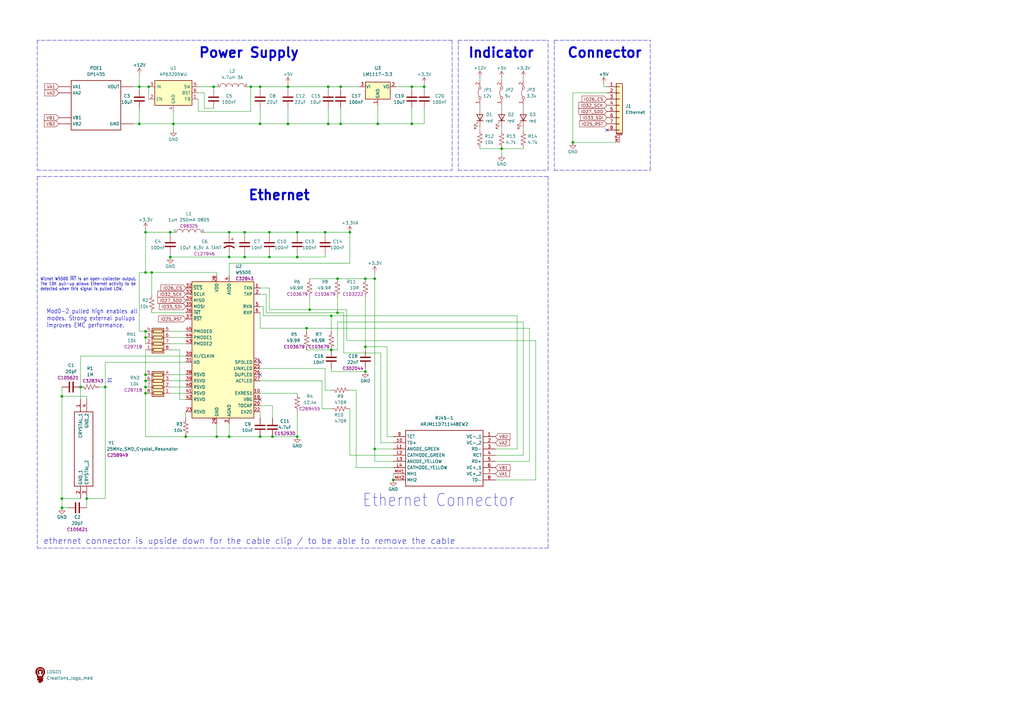
<source format=kicad_sch>
(kicad_sch (version 20211123) (generator eeschema)
  (paper "A3")
  (lib_symbols
    (symbol "Austins creations:25MHz_SMD_Crystal_Resonator"
      (property "Reference" "Y" (at 0 10.16 0))
      (property "Value" "25MHz_SMD_Crystal_Resonator" (at 0 7.62 0))
      (property "part #" "C258949" (at 0 5.08 0))
      (symbol "25MHz_SMD_Crystal_Resonator_1_0"
        (pin bidirectional line (at -20.32 -1.27 0) (length 5.08) (name "CRYSTAL_1") (number "1"))
        (pin bidirectional line (at 20.32 -1.27 180) (length 5.08) (name "GND_1") (number "2"))
        (pin bidirectional line (at 20.32 1.27 180) (length 5.08) (name "CRYSTAL_2") (number "3"))
        (pin bidirectional line (at -20.32 1.27 0) (length 5.08) (name "GND_2") (number "4"))
      )
    )
    (symbol "Austins creations:ARJM11D7114ABEW2"
      (property "Reference" "RJ45-" (at 0 15.24 0))
      (property "Value" "ARJM11D7114ABEW2" (at 0 12.7 0))
      (symbol "ARJM11D7114ABEW2_1_0"
        (pin bidirectional line (at -21.59 8.89 0) (length 5.08) (name "VC-_1") (number "1"))
        (pin bidirectional line (at 20.32 6.35 180) (length 5.08) (name "TD+") (number "10"))
        (pin bidirectional line (at -21.59 6.35 0) (length 5.08) (name "VC-_2") (number "2"))
        (pin bidirectional line (at -21.59 3.81 0) (length 5.08) (name "RD-") (number "3"))
        (pin bidirectional line (at -21.59 1.27 0) (length 5.08) (name "RCT") (number "4"))
        (pin bidirectional line (at -21.59 -1.27 0) (length 5.08) (name "RD+") (number "5"))
        (pin bidirectional line (at -21.59 -3.81 0) (length 5.08) (name "VC+_1") (number "6"))
        (pin bidirectional line (at -21.59 -6.35 0) (length 5.08) (name "VC+_2") (number "7"))
        (pin bidirectional line (at -21.59 -8.89 0) (length 5.08) (name "TD-") (number "8"))
        (pin bidirectional line (at 20.32 8.89 180) (length 5.08) (name "TCT") (number "9"))
        (pin bidirectional line (at 20.32 3.81 180) (length 5.08) (name "ANODE_GREEN") (number "L1"))
        (pin bidirectional line (at 20.32 1.27 180) (length 5.08) (name "CATHODE_GREEN") (number "L2"))
        (pin bidirectional line (at 20.32 -1.27 180) (length 5.08) (name "ANODE_YELLOW") (number "L3"))
        (pin bidirectional line (at 20.32 -3.81 180) (length 5.08) (name "CATHODE_YELLOW") (number "L4"))
        (pin bidirectional line (at 20.32 -6.35 180) (length 5.08) (name "MH1") (number "MH1"))
        (pin bidirectional line (at 20.32 -8.89 180) (length 5.08) (name "MH2") (number "MH2"))
      )
    )
    (symbol "Austins creations:DP1435"
      (property "Reference" "POE" (at 0 13.97 0))
      (property "Value" "DP1435" (at 0 11.43 0))
      (symbol "DP1435_1_0"
        (pin bidirectional line (at 15.24 -7.62 180) (length 5.08) (name "GND") (number "GND"))
        (pin bidirectional line (at -15.24 7.62 0) (length 5.08) (name "VA1") (number "VA1"))
        (pin bidirectional line (at -15.24 5.08 0) (length 5.08) (name "VA2") (number "VA2"))
        (pin bidirectional line (at -15.24 -5.08 0) (length 5.08) (name "VB1") (number "VB1"))
        (pin bidirectional line (at -15.24 -7.62 0) (length 5.08) (name "VB2") (number "VB2"))
        (pin bidirectional line (at 15.24 7.62 180) (length 5.08) (name "VOUT") (number "VOUT"))
      )
    )
    (symbol "Connector_Generic_MountingPin:Conn_01x08_MountingPin" (pin_names (offset 1.016) hide)
      (property "Reference" "J" (at 0 10.16 0))
      (property "Value" "Conn_01x08_MountingPin" (at 1.27 -12.7 0))
      (symbol "Conn_01x08_MountingPin_1_1"
        (text "Mounting" (at 0 -11.811 0) (effects (font (size 0.381 0.381))))
        (pin passive line (at -5.08 7.62 0) (length 3.81) (name "Pin_1") (number "1"))
        (pin passive line (at -5.08 5.08 0) (length 3.81) (name "Pin_2") (number "2"))
        (pin passive line (at -5.08 2.54 0) (length 3.81) (name "Pin_3") (number "3"))
        (pin passive line (at -5.08 0 0) (length 3.81) (name "Pin_4") (number "4"))
        (pin passive line (at -5.08 -2.54 0) (length 3.81) (name "Pin_5") (number "5"))
        (pin passive line (at -5.08 -5.08 0) (length 3.81) (name "Pin_6") (number "6"))
        (pin passive line (at -5.08 -7.62 0) (length 3.81) (name "Pin_7") (number "7"))
        (pin passive line (at -5.08 -10.16 0) (length 3.81) (name "Pin_8") (number "8"))
        (pin passive line (at 0 -15.24 90) (length 3.048) (name "MountPin") (number "MP"))
      )
    )
    (symbol "Device:C" (pin_numbers hide) (pin_names (offset 0.254))
      (property "Reference" "C" (at 0.635 2.54 0))
      (property "Value" "C" (at 0.635 -2.54 0))
      (symbol "C_1_1"
        (pin passive line (at 0 3.81 270) (length 2.794) (name "~") (number "1"))
        (pin passive line (at 0 -3.81 90) (length 2.794) (name "~") (number "2"))
      )
    )
    (symbol "Device:C_Polarized_US" (pin_numbers hide) (pin_names (offset 0.254) hide)
      (property "Reference" "C" (at 0.635 2.54 0))
      (property "Value" "C_Polarized_US" (at 0.635 -2.54 0))
      (symbol "C_Polarized_US_1_1"
        (pin passive line (at 0 3.81 270) (length 2.794) (name "~") (number "1"))
        (pin passive line (at 0 -3.81 90) (length 3.302) (name "~") (number "2"))
      )
    )
    (symbol "Device:LED" (pin_numbers hide) (pin_names (offset 1.016) hide)
      (property "Reference" "D" (at 0 2.54 0))
      (property "Value" "LED" (at 0 -2.54 0))
      (symbol "LED_1_1"
        (pin passive line (at -3.81 0 0) (length 2.54) (name "K") (number "1"))
        (pin passive line (at 3.81 0 180) (length 2.54) (name "A") (number "2"))
      )
    )
    (symbol "Device:R_Pack04" (pin_names (offset 0) hide)
      (property "Reference" "RN" (at -7.62 0 90))
      (property "Value" "R_Pack04" (at 5.08 0 90))
      (symbol "R_Pack04_1_1"
        (pin passive line (at -5.08 -5.08 90) (length 2.54) (name "R1.1") (number "1"))
        (pin passive line (at -2.54 -5.08 90) (length 2.54) (name "R2.1") (number "2"))
        (pin passive line (at 0 -5.08 90) (length 2.54) (name "R3.1") (number "3"))
        (pin passive line (at 2.54 -5.08 90) (length 2.54) (name "R4.1") (number "4"))
        (pin passive line (at 2.54 5.08 270) (length 2.54) (name "R4.2") (number "5"))
        (pin passive line (at 0 5.08 270) (length 2.54) (name "R3.2") (number "6"))
        (pin passive line (at -2.54 5.08 270) (length 2.54) (name "R2.2") (number "7"))
        (pin passive line (at -5.08 5.08 270) (length 2.54) (name "R1.2") (number "8"))
      )
    )
    (symbol "Device:R_US" (pin_numbers hide) (pin_names (offset 0))
      (property "Reference" "R" (at 2.54 0 90))
      (property "Value" "R_US" (at -2.54 0 90))
      (symbol "R_US_1_1"
        (pin passive line (at 0 3.81 270) (length 1.27) (name "~") (number "1"))
        (pin passive line (at 0 -3.81 90) (length 1.27) (name "~") (number "2"))
      )
    )
    (symbol "Interface_Ethernet:W5500"
      (property "Reference" "U" (at -11.43 29.21 0))
      (property "Value" "W5500" (at 8.89 29.21 0))
      (symbol "W5500_1_1"
        (pin output line (at 15.24 25.4 180) (length 2.54) (name "TXN") (number "1"))
        (pin passive line (at 15.24 -17.78 180) (length 2.54) (name "EXRES1") (number "10"))
        (pin passive line (at 2.54 30.48 270) (length 2.54) hide (name "AVDD") (number "11"))
        (pin no_connect line (at 12.7 7.62 180) (length 2.54) hide (name "NC") (number "12"))
        (pin no_connect line (at 12.7 5.08 180) (length 2.54) hide (name "NC") (number "13"))
        (pin passive line (at 2.54 -30.48 90) (length 2.54) hide (name "AGND") (number "14"))
        (pin passive line (at 2.54 30.48 270) (length 2.54) hide (name "AVDD") (number "15"))
        (pin passive line (at 2.54 -30.48 90) (length 2.54) hide (name "AGND") (number "16"))
        (pin passive line (at 2.54 30.48 270) (length 2.54) hide (name "AVDD") (number "17"))
        (pin passive line (at 15.24 -20.32 180) (length 2.54) (name "VBG") (number "18"))
        (pin passive line (at 2.54 -30.48 90) (length 2.54) hide (name "AGND") (number "19"))
        (pin output line (at 15.24 22.86 180) (length 2.54) (name "TXP") (number "2"))
        (pin passive line (at 15.24 -22.86 180) (length 2.54) (name "TOCAP") (number "20"))
        (pin passive line (at 2.54 30.48 270) (length 2.54) hide (name "AVDD") (number "21"))
        (pin output line (at 15.24 -25.4 180) (length 2.54) (name "1V2O") (number "22"))
        (pin input line (at -15.24 -25.4 0) (length 2.54) (name "RSVD") (number "23"))
        (pin output line (at 15.24 -5.08 180) (length 2.54) (name "SPDLED") (number "24"))
        (pin output line (at 15.24 -7.62 180) (length 2.54) (name "LINKLED") (number "25"))
        (pin output line (at 15.24 -10.16 180) (length 2.54) (name "DUPLED") (number "26"))
        (pin output line (at 15.24 -12.7 180) (length 2.54) (name "ACTLED") (number "27"))
        (pin power_in line (at -2.54 30.48 270) (length 2.54) (name "VDD") (number "28"))
        (pin power_in line (at -2.54 -30.48 90) (length 2.54) (name "GND") (number "29"))
        (pin power_in line (at 2.54 -30.48 90) (length 2.54) (name "AGND") (number "3"))
        (pin input line (at -15.24 -2.54 0) (length 2.54) (name "XI/CLKIN") (number "30"))
        (pin output line (at -15.24 -5.08 0) (length 2.54) (name "XO") (number "31"))
        (pin input line (at -15.24 25.4 0) (length 2.54) (name "~{SCS}") (number "32"))
        (pin input line (at -15.24 22.86 0) (length 2.54) (name "SCLK") (number "33"))
        (pin output line (at -15.24 20.32 0) (length 2.54) (name "MISO") (number "34"))
        (pin input line (at -15.24 17.78 0) (length 2.54) (name "MOSI") (number "35"))
        (pin input line (at -15.24 15.24 0) (length 2.54) (name "~{INT}") (number "36"))
        (pin input line (at -15.24 12.7 0) (length 2.54) (name "~{RST}") (number "37"))
        (pin input line (at -15.24 -10.16 0) (length 2.54) (name "RSVD") (number "38"))
        (pin input line (at -15.24 -12.7 0) (length 2.54) (name "RSVD") (number "39"))
        (pin power_in line (at 2.54 30.48 270) (length 2.54) (name "AVDD") (number "4"))
        (pin input line (at -15.24 -15.24 0) (length 2.54) (name "RSVD") (number "40"))
        (pin input line (at -15.24 -17.78 0) (length 2.54) (name "RSVD") (number "41"))
        (pin input line (at -15.24 -20.32 0) (length 2.54) (name "RSVD") (number "42"))
        (pin input line (at -15.24 2.54 0) (length 2.54) (name "PMODE2") (number "43"))
        (pin input line (at -15.24 5.08 0) (length 2.54) (name "PMODE1") (number "44"))
        (pin input line (at -15.24 7.62 0) (length 2.54) (name "PMODE0") (number "45"))
        (pin no_connect line (at 12.7 2.54 180) (length 2.54) hide (name "NC") (number "46"))
        (pin no_connect line (at 12.7 0 180) (length 2.54) hide (name "NC") (number "47"))
        (pin passive line (at 2.54 -30.48 90) (length 2.54) hide (name "AGND") (number "48"))
        (pin input line (at 15.24 17.78 180) (length 2.54) (name "RXN") (number "5"))
        (pin input line (at 15.24 15.24 180) (length 2.54) (name "RXP") (number "6"))
        (pin no_connect line (at 12.7 10.16 180) (length 2.54) hide (name "DNC") (number "7"))
        (pin passive line (at 2.54 30.48 270) (length 2.54) hide (name "AVDD") (number "8"))
        (pin passive line (at 2.54 -30.48 90) (length 2.54) hide (name "AGND") (number "9"))
      )
    )
    (symbol "Jumper:Jumper_2_Bridged" (pin_names (offset 0) hide)
      (property "Reference" "JP" (at 0 1.905 0))
      (property "Value" "Jumper_2_Bridged" (at 0 -2.54 0))
      (symbol "Jumper_2_Bridged_1_1"
        (pin passive line (at -5.08 0 0) (length 2.54) (name "A") (number "1"))
        (pin passive line (at 5.08 0 180) (length 2.54) (name "B") (number "2"))
      )
    )
    (symbol "Regulator_Linear:LM1117-3.3" (pin_names (offset 0.254))
      (property "Reference" "U" (at -3.81 3.175 0))
      (property "Value" "LM1117-3.3" (at 0 3.175 0))
      (symbol "LM1117-3.3_1_1"
        (pin power_in line (at 0 -7.62 90) (length 2.54) (name "GND") (number "1"))
        (pin power_out line (at 7.62 0 180) (length 2.54) (name "VO") (number "2"))
        (pin power_in line (at -7.62 0 0) (length 2.54) (name "VI") (number "3"))
      )
    )
    (symbol "Regulator_Switching:AP63205WU"
      (property "Reference" "U" (at -7.62 6.35 0))
      (property "Value" "AP63205WU" (at 2.54 6.35 0))
      (symbol "AP63205WU_1_1"
        (pin input line (at 10.16 -2.54 180) (length 2.54) (name "FB") (number "1"))
        (pin input line (at -10.16 -2.54 0) (length 2.54) (name "EN") (number "2"))
        (pin power_in line (at -10.16 2.54 0) (length 2.54) (name "IN") (number "3"))
        (pin power_in line (at 0 -7.62 90) (length 2.54) (name "GND") (number "4"))
        (pin output line (at 10.16 2.54 180) (length 2.54) (name "SW") (number "5"))
        (pin passive line (at 10.16 0 180) (length 2.54) (name "BST") (number "6"))
      )
    )
    (symbol "logos:Creations_logo_med"
      (property "Reference" "LOGO" (at 0 6.35 0))
      (property "Value" "Creations_logo_med" (at 0 3.81 0))
    )
    (symbol "power:+12V" (power) (pin_names (offset 0))
      (property "Value" "+12V" (at 0 3.556 0))
      (symbol "+12V_1_1"
        (pin power_in line (at 0 0 90) (length 0) hide (name "+12V") (number "1"))
      )
    )
    (symbol "power:+3.3V" (power) (pin_names (offset 0))
      (property "Value" "+3.3V" (at 0 3.556 0))
      (symbol "+3.3V_1_1"
        (pin power_in line (at 0 0 90) (length 0) hide (name "+3.3V") (number "1"))
      )
    )
    (symbol "power:+3.3VA" (power) (pin_names (offset 0))
      (property "Value" "+3.3VA" (at 0 3.556 0))
      (symbol "+3.3VA_1_1"
        (pin power_in line (at 0 0 90) (length 0) hide (name "+3.3VA") (number "1"))
      )
    )
    (symbol "power:+5V" (power) (pin_names (offset 0))
      (property "Value" "+5V" (at 0 3.556 0))
      (symbol "+5V_1_1"
        (pin power_in line (at 0 0 90) (length 0) hide (name "+5V") (number "1"))
      )
    )
    (symbol "power:GND" (power) (pin_names (offset 0))
      (property "Value" "GND" (at 0 -3.81 0))
      (symbol "GND_1_1"
        (pin power_in line (at 0 0 270) (length 0) hide (name "GND") (number "1"))
      )
    )
    (symbol "pspice:INDUCTOR" (pin_numbers hide) (pin_names (offset 0))
      (property "Reference" "L" (at 0 2.54 0))
      (property "Value" "INDUCTOR" (at 0 -1.27 0))
      (symbol "INDUCTOR_1_1"
        (pin input line (at -6.35 0 0) (length 1.27) (name "1") (number "1"))
        (pin input line (at 6.35 0 180) (length 1.27) (name "2") (number "2"))
      )
    )
  )
  (junction (at 59.69 161.29))
  (junction (at 135.89 129.54))
  (junction (at 59.69 111.76))
  (junction (at 168.91 35.56))
  (junction (at 139.7 50.8))
  (junction (at 25.4 162.56))
  (junction (at 234.95 58.42))
  (junction (at 57.15 35.56))
  (junction (at 25.4 208.28))
  (junction (at 118.11 50.8))
  (junction (at 59.69 158.75))
  (junction (at 149.86 152.4))
  (junction (at 205.74 60.96))
  (junction (at 33.02 158.75))
  (junction (at 71.12 50.8))
  (junction (at 134.62 50.8))
  (junction (at 59.69 156.21))
  (junction (at 59.69 135.89))
  (junction (at 88.9 179.07))
  (junction (at 135.89 143.51))
  (junction (at 69.85 95.25))
  (junction (at 106.68 179.07))
  (junction (at 161.29 196.85))
  (junction (at 100.33 105.41))
  (junction (at 59.69 138.43))
  (junction (at 106.68 50.8))
  (junction (at 153.67 114.3))
  (junction (at 149.86 114.3))
  (junction (at 125.73 134.62))
  (junction (at 127 127))
  (junction (at 57.15 50.8))
  (junction (at 173.99 35.56))
  (junction (at 154.94 50.8))
  (junction (at 138.43 114.3))
  (junction (at 138.43 128.27))
  (junction (at 87.63 35.56))
  (junction (at 110.49 95.25))
  (junction (at 76.2 179.07))
  (junction (at 59.69 153.67))
  (junction (at 100.33 95.25))
  (junction (at 93.98 179.07))
  (junction (at 93.98 95.25))
  (junction (at 139.7 35.56))
  (junction (at 62.23 111.76))
  (junction (at 149.86 142.24))
  (junction (at 35.56 204.47))
  (junction (at 121.92 95.25))
  (junction (at 102.87 35.56))
  (junction (at 168.91 50.8))
  (junction (at 121.92 105.41))
  (junction (at 25.4 204.47))
  (junction (at 59.69 95.25))
  (junction (at 110.49 105.41))
  (junction (at 153.67 184.15))
  (junction (at 121.92 179.07))
  (junction (at 106.68 35.56))
  (junction (at 69.85 105.41))
  (junction (at 134.62 35.56))
  (junction (at 133.35 95.25))
  (junction (at 111.76 179.07))
  (junction (at 143.51 95.25))
  (junction (at 118.11 35.56))
  (junction (at 93.98 105.41))
  (junction (at 43.18 158.75))
  (junction (at 60.96 35.56))
  (no_connect (at 106.68 163.83))
  (no_connect (at 248.92 53.34))
  (no_connect (at 106.68 153.67))
  (no_connect (at 106.68 148.59))
  (wire (pts (xy 133.35 95.25) (xy 121.92 95.25)))
  (wire (pts (xy 62.23 111.76) (xy 88.9 111.76)))
  (wire (pts (xy 111.76 166.37) (xy 111.76 171.45)))
  (wire (pts (xy 133.35 96.52) (xy 133.35 95.25)))
  (wire (pts (xy 83.82 95.25) (xy 93.98 95.25)))
  (wire (pts (xy 234.95 58.42) (xy 254 58.42)))
  (wire (pts (xy 35.56 204.47) (xy 43.18 204.47)))
  (wire (pts (xy 106.68 50.8) (xy 118.11 50.8)))
  (wire (pts (xy 149.86 151.13) (xy 149.86 152.4)))
  (wire (pts (xy 106.68 161.29) (xy 121.92 161.29)))
  (wire (pts (xy 118.11 34.29) (xy 118.11 35.56)))
  (wire (pts (xy 149.86 142.24) (xy 158.75 142.24)))
  (wire (pts (xy 43.18 158.75) (xy 43.18 148.59)))
  (wire (pts (xy 133.35 151.13) (xy 133.35 160.02)))
  (wire (pts (xy 173.99 36.83) (xy 173.99 35.56)))
  (wire (pts (xy 101.6 35.56) (xy 102.87 35.56)))
  (wire (pts (xy 127 127) (xy 110.49 127)))
  (wire (pts (xy 100.33 104.14) (xy 100.33 105.41)))
  (wire (pts (xy 203.2 184.15) (xy 212.09 184.15)))
  (wire (pts (xy 88.9 111.76) (xy 88.9 113.03)))
  (wire (pts (xy 142.24 139.7) (xy 219.71 139.7)))
  (wire (pts (xy 25.4 162.56) (xy 35.56 162.56)))
  (wire (pts (xy 143.51 95.25) (xy 133.35 95.25)))
  (wire (pts (xy 153.67 111.76) (xy 153.67 114.3)))
  (wire (pts (xy 106.68 35.56) (xy 106.68 36.83)))
  (polyline (pts (xy 224.79 224.79) (xy 224.79 72.39)))
  (polyline (pts (xy 187.96 16.51) (xy 224.79 16.51)))
  (wire (pts (xy 69.85 158.75) (xy 76.2 158.75)))
  (wire (pts (xy 76.2 146.05) (xy 33.02 146.05)))
  (wire (pts (xy 88.9 179.07) (xy 93.98 179.07)))
  (wire (pts (xy 203.2 189.23) (xy 217.17 189.23)))
  (wire (pts (xy 121.92 104.14) (xy 121.92 105.41)))
  (wire (pts (xy 110.49 105.41) (xy 100.33 105.41)))
  (wire (pts (xy 142.24 127) (xy 127 127)))
  (wire (pts (xy 135.89 143.51) (xy 138.43 143.51)))
  (wire (pts (xy 143.51 107.95) (xy 143.51 95.25)))
  (wire (pts (xy 106.68 125.73) (xy 107.95 125.73)))
  (wire (pts (xy 106.68 168.91) (xy 106.68 171.45)))
  (wire (pts (xy 168.91 36.83) (xy 168.91 35.56)))
  (wire (pts (xy 59.69 156.21) (xy 59.69 158.75)))
  (wire (pts (xy 106.68 35.56) (xy 102.87 35.56)))
  (wire (pts (xy 125.73 143.51) (xy 135.89 143.51)))
  (wire (pts (xy 69.85 104.14) (xy 69.85 105.41)))
  (wire (pts (xy 161.29 189.23) (xy 153.67 189.23)))
  (wire (pts (xy 87.63 36.83) (xy 87.63 35.56)))
  (wire (pts (xy 121.92 105.41) (xy 110.49 105.41)))
  (wire (pts (xy 100.33 96.52) (xy 100.33 95.25)))
  (wire (pts (xy 158.75 179.07) (xy 158.75 142.24)))
  (wire (pts (xy 133.35 104.14) (xy 133.35 105.41)))
  (wire (pts (xy 138.43 114.3) (xy 127 114.3)))
  (wire (pts (xy 69.85 138.43) (xy 76.2 138.43)))
  (wire (pts (xy 88.9 173.99) (xy 88.9 179.07)))
  (wire (pts (xy 139.7 35.56) (xy 147.32 35.56)))
  (wire (pts (xy 83.82 44.45) (xy 87.63 44.45)))
  (wire (pts (xy 205.74 60.96) (xy 214.63 60.96)))
  (wire (pts (xy 93.98 95.25) (xy 93.98 96.52)))
  (wire (pts (xy 107.95 125.73) (xy 107.95 129.54)))
  (wire (pts (xy 69.85 105.41) (xy 93.98 105.41)))
  (wire (pts (xy 135.89 129.54) (xy 135.89 135.89)))
  (wire (pts (xy 35.56 162.56) (xy 35.56 163.83)))
  (wire (pts (xy 161.29 179.07) (xy 158.75 179.07)))
  (wire (pts (xy 35.56 204.47) (xy 35.56 208.28)))
  (wire (pts (xy 212.09 129.54) (xy 212.09 184.15)))
  (wire (pts (xy 146.05 160.02) (xy 146.05 191.77)))
  (wire (pts (xy 109.22 120.65) (xy 109.22 128.27)))
  (wire (pts (xy 139.7 44.45) (xy 139.7 50.8)))
  (wire (pts (xy 81.28 40.64) (xy 81.28 45.72)))
  (wire (pts (xy 76.2 168.91) (xy 76.2 171.45)))
  (wire (pts (xy 196.85 60.96) (xy 205.74 60.96)))
  (wire (pts (xy 214.63 132.08) (xy 214.63 186.69)))
  (wire (pts (xy 154.94 50.8) (xy 139.7 50.8)))
  (wire (pts (xy 196.85 43.18) (xy 196.85 44.45)))
  (wire (pts (xy 100.33 105.41) (xy 93.98 105.41)))
  (wire (pts (xy 118.11 35.56) (xy 134.62 35.56)))
  (wire (pts (xy 76.2 163.83) (xy 73.66 163.83)))
  (wire (pts (xy 25.4 208.28) (xy 25.4 204.47)))
  (wire (pts (xy 71.12 95.25) (xy 69.85 95.25)))
  (wire (pts (xy 154.94 43.18) (xy 154.94 50.8)))
  (wire (pts (xy 102.87 45.72) (xy 102.87 35.56)))
  (wire (pts (xy 81.28 35.56) (xy 87.63 35.56)))
  (wire (pts (xy 25.4 158.75) (xy 25.4 162.56)))
  (wire (pts (xy 153.67 184.15) (xy 161.29 184.15)))
  (wire (pts (xy 173.99 44.45) (xy 173.99 50.8)))
  (polyline (pts (xy 227.33 69.85) (xy 266.7 69.85)))
  (wire (pts (xy 196.85 31.75) (xy 196.85 33.02)))
  (wire (pts (xy 134.62 36.83) (xy 134.62 35.56)))
  (wire (pts (xy 106.68 120.65) (xy 109.22 120.65)))
  (wire (pts (xy 121.92 96.52) (xy 121.92 95.25)))
  (polyline (pts (xy 227.33 16.51) (xy 266.7 16.51)))
  (polyline (pts (xy 15.24 224.79) (xy 224.79 224.79)))
  (wire (pts (xy 71.12 50.8) (xy 71.12 53.34)))
  (wire (pts (xy 57.15 111.76) (xy 57.15 135.89)))
  (wire (pts (xy 106.68 134.62) (xy 125.73 134.62)))
  (polyline (pts (xy 185.42 16.51) (xy 15.24 16.51)))
  (wire (pts (xy 111.76 179.07) (xy 121.92 179.07)))
  (wire (pts (xy 121.92 95.25) (xy 110.49 95.25)))
  (wire (pts (xy 214.63 43.18) (xy 214.63 44.45)))
  (polyline (pts (xy 227.33 16.51) (xy 227.33 69.85)))
  (wire (pts (xy 203.2 186.69) (xy 214.63 186.69)))
  (wire (pts (xy 106.68 156.21) (xy 132.08 156.21)))
  (wire (pts (xy 93.98 107.95) (xy 143.51 107.95)))
  (wire (pts (xy 69.85 161.29) (xy 76.2 161.29)))
  (wire (pts (xy 247.65 34.29) (xy 247.65 35.56)))
  (polyline (pts (xy 224.79 72.39) (xy 15.24 72.39)))
  (wire (pts (xy 59.69 93.98) (xy 59.69 95.25)))
  (wire (pts (xy 109.22 128.27) (xy 138.43 128.27)))
  (wire (pts (xy 135.89 129.54) (xy 212.09 129.54)))
  (wire (pts (xy 133.35 105.41) (xy 121.92 105.41)))
  (wire (pts (xy 133.35 160.02) (xy 135.89 160.02)))
  (wire (pts (xy 161.29 181.61) (xy 156.21 181.61)))
  (wire (pts (xy 93.98 179.07) (xy 93.98 173.99)))
  (wire (pts (xy 81.28 45.72) (xy 102.87 45.72)))
  (wire (pts (xy 57.15 111.76) (xy 59.69 111.76)))
  (wire (pts (xy 146.05 191.77) (xy 161.29 191.77)))
  (wire (pts (xy 59.69 138.43) (xy 59.69 140.97)))
  (wire (pts (xy 33.02 204.47) (xy 25.4 204.47)))
  (wire (pts (xy 156.21 181.61) (xy 156.21 144.78)))
  (wire (pts (xy 54.61 50.8) (xy 57.15 50.8)))
  (wire (pts (xy 118.11 35.56) (xy 106.68 35.56)))
  (polyline (pts (xy 185.42 16.51) (xy 185.42 69.85)))
  (polyline (pts (xy 187.96 16.51) (xy 187.96 69.85)))
  (polyline (pts (xy 187.96 69.85) (xy 224.79 69.85)))
  (wire (pts (xy 59.69 95.25) (xy 59.69 111.76)))
  (wire (pts (xy 217.17 134.62) (xy 217.17 189.23)))
  (wire (pts (xy 125.73 134.62) (xy 125.73 135.89)))
  (wire (pts (xy 135.89 152.4) (xy 135.89 151.13)))
  (wire (pts (xy 173.99 34.29) (xy 173.99 35.56)))
  (wire (pts (xy 57.15 44.45) (xy 57.15 50.8)))
  (wire (pts (xy 73.66 143.51) (xy 69.85 143.51)))
  (wire (pts (xy 138.43 132.08) (xy 138.43 143.51)))
  (wire (pts (xy 132.08 167.64) (xy 135.89 167.64)))
  (wire (pts (xy 168.91 50.8) (xy 154.94 50.8)))
  (wire (pts (xy 149.86 142.24) (xy 149.86 143.51)))
  (wire (pts (xy 27.94 208.28) (xy 25.4 208.28)))
  (polyline (pts (xy 15.24 72.39) (xy 15.24 77.47)))
  (wire (pts (xy 62.23 128.27) (xy 76.2 128.27)))
  (wire (pts (xy 59.69 143.51) (xy 59.69 153.67)))
  (wire (pts (xy 143.51 167.64) (xy 143.51 186.69)))
  (wire (pts (xy 134.62 35.56) (xy 139.7 35.56)))
  (wire (pts (xy 143.51 186.69) (xy 161.29 186.69)))
  (wire (pts (xy 248.92 38.1) (xy 234.95 38.1)))
  (wire (pts (xy 59.69 95.25) (xy 69.85 95.25)))
  (wire (pts (xy 139.7 50.8) (xy 134.62 50.8)))
  (wire (pts (xy 69.85 95.25) (xy 69.85 96.52)))
  (wire (pts (xy 106.68 166.37) (xy 111.76 166.37)))
  (wire (pts (xy 59.69 153.67) (xy 59.69 156.21)))
  (wire (pts (xy 69.85 156.21) (xy 76.2 156.21)))
  (wire (pts (xy 214.63 31.75) (xy 214.63 33.02)))
  (wire (pts (xy 106.68 44.45) (xy 106.68 50.8)))
  (wire (pts (xy 59.69 161.29) (xy 59.69 179.07)))
  (wire (pts (xy 118.11 36.83) (xy 118.11 35.56)))
  (wire (pts (xy 142.24 139.7) (xy 142.24 127)))
  (wire (pts (xy 173.99 35.56) (xy 168.91 35.56)))
  (wire (pts (xy 81.28 38.1) (xy 83.82 38.1)))
  (wire (pts (xy 59.69 179.07) (xy 76.2 179.07)))
  (wire (pts (xy 110.49 127) (xy 110.49 118.11)))
  (polyline (pts (xy 15.24 77.47) (xy 15.24 224.79)))
  (wire (pts (xy 205.74 60.96) (xy 205.74 63.5)))
  (wire (pts (xy 205.74 43.18) (xy 205.74 44.45)))
  (wire (pts (xy 71.12 45.72) (xy 71.12 50.8)))
  (wire (pts (xy 110.49 96.52) (xy 110.49 95.25)))
  (wire (pts (xy 57.15 36.83) (xy 57.15 35.56)))
  (polyline (pts (xy 15.24 69.85) (xy 185.42 69.85)))
  (wire (pts (xy 247.65 35.56) (xy 248.92 35.56)))
  (wire (pts (xy 57.15 30.48) (xy 57.15 35.56)))
  (wire (pts (xy 88.9 35.56) (xy 87.63 35.56)))
  (wire (pts (xy 110.49 104.14) (xy 110.49 105.41)))
  (polyline (pts (xy 266.7 69.85) (xy 266.7 16.51)))
  (wire (pts (xy 106.68 151.13) (xy 133.35 151.13)))
  (wire (pts (xy 132.08 156.21) (xy 132.08 167.64)))
  (wire (pts (xy 219.71 196.85) (xy 219.71 139.7)))
  (wire (pts (xy 149.86 114.3) (xy 153.67 114.3)))
  (wire (pts (xy 69.85 140.97) (xy 76.2 140.97)))
  (wire (pts (xy 33.02 146.05) (xy 33.02 158.75)))
  (wire (pts (xy 40.64 158.75) (xy 43.18 158.75)))
  (wire (pts (xy 118.11 44.45) (xy 118.11 50.8)))
  (wire (pts (xy 138.43 128.27) (xy 140.97 128.27)))
  (wire (pts (xy 173.99 50.8) (xy 168.91 50.8)))
  (wire (pts (xy 59.69 158.75) (xy 59.69 161.29)))
  (polyline (pts (xy 15.24 16.51) (xy 15.24 69.85)))
  (wire (pts (xy 205.74 31.75) (xy 205.74 33.02)))
  (wire (pts (xy 33.02 158.75) (xy 33.02 163.83)))
  (wire (pts (xy 100.33 95.25) (xy 93.98 95.25)))
  (wire (pts (xy 153.67 189.23) (xy 153.67 184.15)))
  (wire (pts (xy 140.97 144.78) (xy 156.21 144.78)))
  (wire (pts (xy 121.92 168.91) (xy 121.92 179.07)))
  (wire (pts (xy 43.18 204.47) (xy 43.18 158.75)))
  (wire (pts (xy 140.97 128.27) (xy 140.97 144.78)))
  (wire (pts (xy 149.86 152.4) (xy 135.89 152.4)))
  (wire (pts (xy 138.43 132.08) (xy 214.63 132.08)))
  (wire (pts (xy 93.98 113.03) (xy 93.98 107.95)))
  (wire (pts (xy 59.69 111.76) (xy 62.23 111.76)))
  (wire (pts (xy 196.85 52.07) (xy 196.85 53.34)))
  (wire (pts (xy 59.69 135.89) (xy 59.69 138.43)))
  (wire (pts (xy 203.2 196.85) (xy 219.71 196.85)))
  (wire (pts (xy 234.95 38.1) (xy 234.95 58.42)))
  (wire (pts (xy 25.4 162.56) (xy 25.4 204.47)))
  (wire (pts (xy 138.43 121.92) (xy 138.43 128.27)))
  (wire (pts (xy 134.62 50.8) (xy 118.11 50.8)))
  (polyline (pts (xy 224.79 69.85) (xy 224.79 16.51)))
  (wire (pts (xy 57.15 35.56) (xy 60.96 35.56)))
  (wire (pts (xy 106.68 179.07) (xy 93.98 179.07)))
  (wire (pts (xy 69.85 135.89) (xy 76.2 135.89)))
  (wire (pts (xy 106.68 134.62) (xy 106.68 128.27)))
  (wire (pts (xy 83.82 38.1) (xy 83.82 44.45)))
  (wire (pts (xy 60.96 35.56) (xy 60.96 40.64)))
  (wire (pts (xy 127 121.92) (xy 127 127)))
  (wire (pts (xy 168.91 44.45) (xy 168.91 50.8)))
  (wire (pts (xy 54.61 35.56) (xy 57.15 35.56)))
  (wire (pts (xy 71.12 50.8) (xy 106.68 50.8)))
  (wire (pts (xy 73.66 163.83) (xy 73.66 143.51)))
  (wire (pts (xy 62.23 111.76) (xy 62.23 120.65)))
  (wire (pts (xy 161.29 194.31) (xy 161.29 196.85)))
  (wire (pts (xy 214.63 52.07) (xy 214.63 53.34)))
  (wire (pts (xy 153.67 114.3) (xy 153.67 184.15)))
  (wire (pts (xy 93.98 105.41) (xy 93.98 104.14)))
  (wire (pts (xy 106.68 118.11) (xy 110.49 118.11)))
  (wire (pts (xy 57.15 50.8) (xy 71.12 50.8)))
  (wire (pts (xy 125.73 134.62) (xy 217.17 134.62)))
  (wire (pts (xy 76.2 179.07) (xy 88.9 179.07)))
  (wire (pts (xy 134.62 44.45) (xy 134.62 50.8)))
  (wire (pts (xy 168.91 35.56) (xy 162.56 35.56)))
  (wire (pts (xy 43.18 148.59) (xy 76.2 148.59)))
  (wire (pts (xy 107.95 129.54) (xy 135.89 129.54)))
  (wire (pts (xy 205.74 52.07) (xy 205.74 53.34)))
  (wire (pts (xy 110.49 95.25) (xy 100.33 95.25)))
  (wire (pts (xy 143.51 160.02) (xy 146.05 160.02)))
  (wire (pts (xy 69.85 153.67) (xy 76.2 153.67)))
  (wire (pts (xy 149.86 114.3) (xy 138.43 114.3)))
  (wire (pts (xy 57.15 135.89) (xy 59.69 135.89)))
  (wire (pts (xy 139.7 36.83) (xy 139.7 35.56)))
  (wire (pts (xy 149.86 121.92) (xy 149.86 142.24)))
  (wire (pts (xy 106.68 179.07) (xy 111.76 179.07)))
  (text "31" (at 45.72 157.48 90) (effects (font (size 1.27 1.27)) (justify left bottom)))
  (text "Indicator" (at 191.77 24.13 0) (effects (font (size 4 4) (thickness 0.8) bold) (justify left bottom)))
  (text "Power Supply" (at 81.28 24.13 0) (effects (font (size 4 4) (thickness 0.8) bold) (justify left bottom)))
  (text "Connector" (at 232.41 24.13 0) (effects (font (size 4 4) (thickness 0.8) bold) (justify left bottom)))
  (text "Ethernet" (at 101.6 82.55 0) (effects (font (size 4 4) (thickness 0.8) bold) (justify left bottom)))
  (text "Ethernet Connector" (at 148.59 208.28 180) (effects (font (size 5.08 4.318)) (justify left bottom)))
  (text "ethernet connector is upside down for the cable clip / to be able to remove the cable" (at 17.78 223.52 0) (effects (font (size 2.5 2.5)) (justify left bottom)))
  (text "Wiznet W5500 ~{INT} is an open-collector output.\nThe 10K pull-up allows Ethernet activity to be\ndetected when this signal is pulled LOW." (at 16.51 119.38 0) (effects (font (size 1.27 1.0795)) (justify left bottom)))
  (text "Mod0-2 pulled high enables all\nmodes. Strong external pullups\nimproves EMC performance." (at 19.05 134.62 0) (effects (font (size 1.778 1.5113)) (justify left bottom)))
  (global_label "IO33_SDI" (shape input) (at 248.92 48.26 180) (property "Intersheet References" "${INTERSHEET_REFS}" (effects hide)))
  (global_label "IO25_RST" (shape input) (at 248.92 50.8 180) (property "Intersheet References" "${INTERSHEET_REFS}" (effects hide)))
  (global_label "IO32_SCK" (shape input) (at 76.2 120.65 180) (property "Intersheet References" "${INTERSHEET_REFS}" (effects hide)))
  (global_label "VA2" (shape input) (at 203.2 181.61 0) (property "Intersheet References" "${INTERSHEET_REFS}" (effects hide)))
  (global_label "IO25_RST" (shape input) (at 76.2 130.81 180) (property "Intersheet References" "${INTERSHEET_REFS}" (effects hide)))
  (global_label "VB1" (shape input) (at 24.13 48.26 180) (property "Intersheet References" "${INTERSHEET_REFS}" (effects hide)))
  (global_label "VB1" (shape input) (at 203.2 191.77 0) (property "Intersheet References" "${INTERSHEET_REFS}" (effects hide)))
  (global_label "VA1" (shape input) (at 24.13 35.56 180) (property "Intersheet References" "${INTERSHEET_REFS}" (effects hide)))
  (global_label "IO32_SCK" (shape input) (at 248.92 43.18 180) (property "Intersheet References" "${INTERSHEET_REFS}" (effects hide)))
  (global_label "VB2" (shape input) (at 203.2 179.07 0) (property "Intersheet References" "${INTERSHEET_REFS}" (effects hide)))
  (global_label "IO33_SDI" (shape input) (at 76.2 125.73 180) (property "Intersheet References" "${INTERSHEET_REFS}" (effects hide)))
  (global_label "VA1" (shape input) (at 203.2 194.31 0) (property "Intersheet References" "${INTERSHEET_REFS}" (effects hide)))
  (global_label "IO26_CS" (shape input) (at 248.92 40.64 180) (property "Intersheet References" "${INTERSHEET_REFS}" (effects hide)))
  (global_label "IO26_CS" (shape input) (at 76.2 118.11 180) (property "Intersheet References" "${INTERSHEET_REFS}" (effects hide)))
  (global_label "IO27_SDO" (shape input) (at 76.2 123.19 180) (property "Intersheet References" "${INTERSHEET_REFS}" (effects hide)))
  (global_label "VB2" (shape input) (at 24.13 50.8 180) (property "Intersheet References" "${INTERSHEET_REFS}" (effects hide)))
  (global_label "IO27_SDO" (shape input) (at 248.92 45.72 180) (property "Intersheet References" "${INTERSHEET_REFS}" (effects hide)))
  (global_label "VA2" (shape input) (at 24.13 38.1 180) (property "Intersheet References" "${INTERSHEET_REFS}" (effects hide)))
  (symbol (lib_id "Device:R_US") (at 196.85 57.15 0) (unit 1)
    (property "Reference" "R12" (at 200.66 55.88 0))
    (property "Value" "10k" (at 200.66 58.42 0))
    (property "Footprint" "Resistor_SMD:R_0603_1608Metric" (effects hide))
    (property "LCSC" "C98220" (effects hide))
  )
  (symbol (lib_id "power:GND") (at 205.74 63.5 0) (unit 1)
    (property "Reference" "#PWR0111" (effects hide))
    (property "Value" "GND" (at 205.74 67.31 0))
  )
  (symbol (lib_id "Device:C_Polarized_US") (at 93.98 100.33 0) (mirror y) (unit 1)
    (property "Reference" "C6" (at 82.55 99.06 0) (effects (justify right)))
    (property "Value" "10uF 6.3V A TANT" (at 73.66 101.6 0) (effects (justify right)))
    (property "Footprint" "Capacitor_Tantalum_SMD:CP_EIA-3216-18_Kemet-A" (effects hide))
    (property "LCSC" "C127946" (at 83.82 104.14 0))
  )
  (symbol (lib_id "Device:C") (at 57.15 40.64 0) (mirror x) (unit 1)
    (property "Reference" "C3" (at 52.07 39.37 0))
    (property "Value" "10uF" (at 52.07 41.91 0))
    (property "Footprint" "Capacitor_SMD:C_0603_1608Metric" (effects hide))
    (property "LCSC" "C19702" (effects hide))
  )
  (symbol (lib_id "Device:C") (at 118.11 40.64 0) (mirror x) (unit 1)
    (property "Reference" "C12" (at 123.19 39.37 0))
    (property "Value" "22uF" (at 123.19 41.91 0))
    (property "Footprint" "Capacitor_SMD:C_0603_1608Metric" (effects hide))
    (property "LCSC" "C19702" (effects hide))
  )
  (symbol (lib_id "Device:R_US") (at 138.43 118.11 0) (mirror x) (unit 1)
    (property "Reference" "R8" (at 134.62 115.57 0) (effects (justify right)))
    (property "Value" "49.9R" (at 135.89 118.11 0) (effects (justify right)))
    (property "Footprint" "Resistor_SMD:R_0603_1608Metric" (effects hide))
    (property "LCSC" "C103679" (at 133.35 120.65 0))
  )
  (symbol (lib_id "Device:C") (at 168.91 40.64 0) (mirror x) (unit 1)
    (property "Reference" "C19" (at 163.83 39.37 0))
    (property "Value" "10uF" (at 163.83 41.91 0))
    (property "Footprint" "Capacitor_SMD:C_0603_1608Metric" (effects hide))
    (property "LCSC" "C19702" (effects hide))
  )
  (symbol (lib_id "power:+3.3VA") (at 143.51 95.25 0) (unit 1)
    (property "Reference" "#PWR0106" (effects hide))
    (property "Value" "+3.3VA" (at 143.51 91.44 0))
  )
  (symbol (lib_id "Device:LED") (at 214.63 48.26 270) (mirror x) (unit 1)
    (property "Reference" "D3" (at 218.44 46.99 90))
    (property "Value" "red" (at 218.44 49.53 90))
    (property "Footprint" "LED_SMD:LED_0603_1608Metric" (effects hide))
    (property "LCSC" "C72038" (effects hide))
  )
  (symbol (lib_id "Device:R_US") (at 149.86 118.11 0) (mirror x) (unit 1)
    (property "Reference" "R11" (at 146.05 115.57 0) (effects (justify right)))
    (property "Value" "10R" (at 147.32 118.11 0) (effects (justify right)))
    (property "Footprint" "Resistor_SMD:R_0603_1608Metric" (effects hide))
    (property "LCSC" "C103222" (at 144.78 120.65 0))
  )
  (symbol (lib_id "power:GND") (at 69.85 105.41 0) (unit 1)
    (property "Reference" "#PWR0107" (effects hide))
    (property "Value" "GND" (at 69.85 109.22 0))
  )
  (symbol (lib_id "Jumper:Jumper_2_Bridged") (at 214.63 38.1 90) (unit 1) (in_bom no)
    (property "Reference" "JP3" (at 215.9 36.8299 90) (effects (justify right)))
    (property "Value" "3.3v" (at 215.9 39.3699 90) (effects (justify right)))
    (property "Footprint" "Jumper:SolderJumper-2_P1.3mm_Bridged_RoundedPad1.0x1.5mm" (effects hide))
  )
  (symbol (lib_id "Device:R_US") (at 36.83 158.75 90) (mirror x) (unit 1)
    (property "Reference" "R1" (at 35.56 151.13 90) (effects (justify right)))
    (property "Value" "1M" (at 35.56 153.67 90) (effects (justify right)))
    (property "Footprint" "Resistor_SMD:R_0603_1608Metric" (effects hide))
    (property "LCSC" "C328343" (at 38.1 156.21 90))
  )
  (symbol (lib_id "pspice:INDUCTOR") (at 77.47 95.25 0) (unit 1)
    (property "Reference" "L1" (at 77.47 87.63 0))
    (property "Value" "1uH 250mA 0805" (at 77.47 90.17 0))
    (property "Footprint" "Inductor_SMD:L_0805_2012Metric" (effects hide))
    (property "LCSC" "C98325" (at 77.47 92.71 0))
  )
  (symbol (lib_id "Device:R_US") (at 214.63 57.15 180) (unit 1)
    (property "Reference" "R14" (at 218.44 55.88 0))
    (property "Value" "4.7k" (at 218.44 58.42 0))
    (property "Footprint" "Resistor_SMD:R_0603_1608Metric" (effects hide))
    (property "LCSC" "C23162" (effects hide))
  )
  (symbol (lib_id "Device:C") (at 135.89 147.32 180) (unit 1)
    (property "Reference" "C16" (at 130.81 146.05 0))
    (property "Value" "10nF" (at 130.81 148.59 0))
    (property "Footprint" "Capacitor_SMD:C_0603_1608Metric" (effects hide))
    (property "LCSC" "C57112" (effects hide))
  )
  (symbol (lib_id "Regulator_Switching:AP63205WU") (at 71.12 38.1 0) (unit 1)
    (property "Reference" "U1" (at 71.12 27.94 0))
    (property "Value" "AP63205WU" (at 71.12 30.48 0))
    (property "Footprint" "Package_TO_SOT_SMD:TSOT-23-6" (effects hide))
    (property "Datasheet" "https://www.diodes.com/assets/Datasheets/AP63200-AP63201-AP63203-AP63205.pdf" (effects hide))
    (property "LCSC" "C2071056" (effects hide))
  )
  (symbol (lib_id "Device:R_US") (at 76.2 175.26 0) (mirror x) (unit 1)
    (property "Reference" "R3" (at 74.93 173.99 0) (effects (justify right)))
    (property "Value" "10k" (at 74.93 176.53 0) (effects (justify right)))
    (property "Footprint" "Resistor_SMD:R_0603_1608Metric" (effects hide))
    (property "LCSC" "C103199" (effects hide))
  )
  (symbol (lib_id "Device:R_US") (at 125.73 139.7 0) (mirror x) (unit 1)
    (property "Reference" "R5" (at 121.92 137.16 0) (effects (justify right)))
    (property "Value" "49.9R" (at 123.19 139.7 0) (effects (justify right)))
    (property "Footprint" "Resistor_SMD:R_0603_1608Metric" (effects hide))
    (property "LCSC" "C103679" (at 120.65 142.24 0))
  )
  (symbol (lib_id "Device:C") (at 106.68 40.64 0) (mirror x) (unit 1)
    (property "Reference" "C8" (at 111.76 39.37 0))
    (property "Value" "22uF" (at 111.76 41.91 0))
    (property "Footprint" "Capacitor_SMD:C_0603_1608Metric" (effects hide))
    (property "LCSC" "C19702" (effects hide))
  )
  (symbol (lib_id "power:GND") (at 121.92 179.07 0) (unit 1)
    (property "Reference" "#PWR0104" (effects hide))
    (property "Value" "GND" (at 121.92 182.88 0))
  )
  (symbol (lib_id "power:+12V") (at 196.85 31.75 0) (unit 1)
    (property "Reference" "#PWR0113" (effects hide))
    (property "Value" "+12V" (at 196.85 27.94 0))
  )
  (symbol (lib_id "Jumper:Jumper_2_Bridged") (at 196.85 38.1 90) (unit 1) (in_bom no)
    (property "Reference" "JP1" (at 198.12 36.8299 90) (effects (justify right)))
    (property "Value" "12v" (at 198.12 39.3699 90) (effects (justify right)))
    (property "Footprint" "Jumper:SolderJumper-2_P1.3mm_Bridged_RoundedPad1.0x1.5mm" (effects hide))
  )
  (symbol (lib_id "logos:Creations_logo_med") (at 16.51 275.59 0) (unit 1)
    (property "Reference" "LOGO1" (at 19.05 275.5645 0) (effects (justify left)))
    (property "Value" "Creations_logo_med" (at 19.05 278.1045 0) (effects (justify left)))
    (property "Footprint" "logos:Creations logo med" (effects hide))
  )
  (symbol (lib_id "Device:C") (at 110.49 100.33 0) (mirror x) (unit 1)
    (property "Reference" "C10" (at 115.57 99.06 0))
    (property "Value" "100nF" (at 115.57 101.6 0))
    (property "Footprint" "Capacitor_SMD:C_0603_1608Metric" (effects hide))
    (property "LCSC" "C14663" (effects hide))
  )
  (symbol (lib_id "Device:C") (at 29.21 158.75 90) (unit 1)
    (property "Reference" "C1" (at 29.21 149.86 90))
    (property "Value" "20pF" (at 29.21 152.4 90))
    (property "Footprint" "Capacitor_SMD:C_0603_1608Metric" (effects hide))
    (property "LCSC" "C105621" (at 27.94 154.94 90))
  )
  (symbol (lib_id "Connector_Generic_MountingPin:Conn_01x08_MountingPin") (at 254 43.18 0) (unit 1)
    (property "Reference" "J1" (at 256.54 43.5355 0) (effects (justify left)))
    (property "Value" "Ethernet" (at 256.54 46.0755 0) (effects (justify left)))
    (property "Footprint" "bare-footprints:8 pin jst 1.25 vertical" (effects hide))
    (property "LCSC" "C225110" (effects hide))
  )
  (symbol (lib_id "Device:R_US") (at 62.23 124.46 0) (mirror x) (unit 1)
    (property "Reference" "R2" (at 60.96 123.19 0) (effects (justify right)))
    (property "Value" "10k" (at 60.96 125.73 0) (effects (justify right)))
    (property "Footprint" "Resistor_SMD:R_0603_1608Metric" (effects hide))
    (property "LCSC" "C103199" (effects hide))
  )
  (symbol (lib_id "power:GND") (at 161.29 196.85 0) (unit 1)
    (property "Reference" "#PWR0103" (effects hide))
    (property "Value" "GND" (at 161.29 200.66 0))
  )
  (symbol (lib_id "Device:C") (at 121.92 100.33 0) (mirror x) (unit 1)
    (property "Reference" "C13" (at 127 99.06 0))
    (property "Value" "100nF" (at 127 101.6 0))
    (property "Footprint" "Capacitor_SMD:C_0603_1608Metric" (effects hide))
    (property "LCSC" "C14663" (effects hide))
  )
  (symbol (lib_id "power:GND") (at 25.4 208.28 0) (unit 1)
    (property "Reference" "#PWR0101" (effects hide))
    (property "Value" "GND" (at 25.4 212.09 0))
  )
  (symbol (lib_id "Device:R_US") (at 139.7 167.64 270) (mirror x) (unit 1)
    (property "Reference" "R10" (at 140.97 170.18 90) (effects (justify right)))
    (property "Value" "470R" (at 142.24 172.72 90) (effects (justify right)))
    (property "Footprint" "Resistor_SMD:R_0603_1608Metric" (effects hide))
    (property "LCSC" "C25241" (effects hide))
  )
  (symbol (lib_id "power:+3.3V") (at 153.67 111.76 0) (unit 1)
    (property "Reference" "#PWR0105" (effects hide))
    (property "Value" "+3.3V" (at 153.67 107.95 0))
  )
  (symbol (lib_id "power:+3.3V") (at 173.99 34.29 0) (unit 1)
    (property "Reference" "#PWR0117" (effects hide))
    (property "Value" "+3.3V" (at 173.99 30.48 0))
  )
  (symbol (lib_id "Device:R_US") (at 135.89 139.7 0) (mirror x) (unit 1)
    (property "Reference" "R7" (at 132.08 137.16 0) (effects (justify right)))
    (property "Value" "49.9R" (at 133.35 139.7 0) (effects (justify right)))
    (property "Footprint" "Resistor_SMD:R_0603_1608Metric" (effects hide))
    (property "LCSC" "C103679" (at 130.81 142.24 0))
  )
  (symbol (lib_id "Device:C") (at 106.68 175.26 180) (unit 1)
    (property "Reference" "C9" (at 101.6 173.99 0))
    (property "Value" "10nF" (at 101.6 176.53 0))
    (property "Footprint" "Capacitor_SMD:C_0603_1608Metric" (effects hide))
    (property "LCSC" "C57112" (effects hide))
  )
  (symbol (lib_id "power:GND") (at 149.86 152.4 0) (unit 1)
    (property "Reference" "#PWR0102" (effects hide))
    (property "Value" "GND" (at 149.86 156.21 0))
  )
  (symbol (lib_id "pspice:INDUCTOR") (at 95.25 35.56 0) (unit 1)
    (property "Reference" "L2" (at 95.25 29.21 0))
    (property "Value" "4.7uH 3A" (at 95.25 31.75 0))
    (property "Footprint" "Inductor_SMD:L_Sunlord_SWPA5040S" (effects hide))
    (property "LCSC" "C2044594" (effects hide))
  )
  (symbol (lib_id "Device:C") (at 139.7 40.64 0) (unit 1)
    (property "Reference" "C17" (at 146.05 39.37 0))
    (property "Value" "100nF" (at 146.05 41.91 0))
    (property "Footprint" "Capacitor_SMD:C_0603_1608Metric" (effects hide))
    (property "LCSC" "C15849" (effects hide))
  )
  (symbol (lib_id "Jumper:Jumper_2_Bridged") (at 205.74 38.1 90) (unit 1) (in_bom no)
    (property "Reference" "JP2" (at 207.01 36.8299 90) (effects (justify right)))
    (property "Value" "5v" (at 207.01 39.3699 90) (effects (justify right)))
    (property "Footprint" "Jumper:SolderJumper-2_P1.3mm_Bridged_RoundedPad1.0x1.5mm" (effects hide))
  )
  (symbol (lib_id "power:GND") (at 71.12 53.34 0) (unit 1)
    (property "Reference" "#PWR0109" (effects hide))
    (property "Value" "GND" (at 71.12 57.15 0))
  )
  (symbol (lib_id "Device:C") (at 69.85 100.33 180) (unit 1)
    (property "Reference" "C4" (at 64.77 99.06 0))
    (property "Value" "100nF" (at 64.77 101.6 0))
    (property "Footprint" "Capacitor_SMD:C_0603_1608Metric" (effects hide))
    (property "LCSC" "C14663" (effects hide))
  )
  (symbol (lib_id "power:GND") (at 234.95 58.42 0) (unit 1)
    (property "Reference" "#PWR0115" (effects hide))
    (property "Value" "GND" (at 234.95 62.23 0))
  )
  (symbol (lib_id "Device:R_US") (at 127 118.11 0) (mirror x) (unit 1)
    (property "Reference" "R6" (at 123.19 115.57 0) (effects (justify right)))
    (property "Value" "49.9R" (at 124.46 118.11 0) (effects (justify right)))
    (property "Footprint" "Resistor_SMD:R_0603_1608Metric" (effects hide))
    (property "LCSC" "C103679" (at 121.92 120.65 0))
  )
  (symbol (lib_id "Device:C") (at 134.62 40.64 0) (mirror x) (unit 1)
    (property "Reference" "C15" (at 129.54 39.37 0))
    (property "Value" "10uF" (at 129.54 41.91 0))
    (property "Footprint" "Capacitor_SMD:C_0603_1608Metric" (effects hide))
    (property "LCSC" "C19702" (effects hide))
  )
  (symbol (lib_id "power:+3.3V") (at 59.69 93.98 0) (unit 1)
    (property "Reference" "#PWR0108" (effects hide))
    (property "Value" "+3.3V" (at 59.69 90.17 0))
  )
  (symbol (lib_id "Austins creations:25MHz_SMD_Crystal_Resonator") (at 34.29 184.15 270) (unit 1)
    (property "Reference" "Y1" (at 45.72 181.61 90))
    (property "Value" "25MHz_SMD_Crystal_Resonator" (at 58.42 184.15 90))
    (property "Footprint" "Austins creations:25MHz_SMD_Crystal_Resonator" (effects hide))
    (property "LCSC" "C258949" (at 48.26 186.69 90))
  )
  (symbol (lib_id "Device:C") (at 173.99 40.64 0) (unit 1)
    (property "Reference" "C20" (at 180.34 39.37 0))
    (property "Value" "100nF" (at 180.34 41.91 0))
    (property "Footprint" "Capacitor_SMD:C_0603_1608Metric" (effects hide))
    (property "LCSC" "C15849" (effects hide))
  )
  (symbol (lib_id "Device:R_US") (at 121.92 165.1 180) (unit 1)
    (property "Reference" "R4" (at 125.73 162.56 0) (effects (justify right)))
    (property "Value" "12.4k" (at 124.46 165.1 0) (effects (justify right)))
    (property "Footprint" "Resistor_SMD:R_0603_1608Metric" (effects hide))
    (property "LCSC" "C269455" (at 127 167.64 0))
  )
  (symbol (lib_id "Device:C") (at 133.35 100.33 0) (mirror x) (unit 1)
    (property "Reference" "C14" (at 138.43 99.06 0))
    (property "Value" "100nF" (at 138.43 101.6 0))
    (property "Footprint" "Capacitor_SMD:C_0603_1608Metric" (effects hide))
    (property "LCSC" "C14663" (effects hide))
  )
  (symbol (lib_id "Interface_Ethernet:W5500") (at 91.44 143.51 0) (unit 1)
    (property "Reference" "U2" (at 96.52 109.22 0) (effects (justify left)))
    (property "Value" "W5500" (at 96.52 111.76 0) (effects (justify left)))
    (property "Footprint" "Package_QFP:LQFP-48_7x7mm_P0.5mm" (effects hide))
    (property "Datasheet" "http://wizwiki.net/wiki/lib/exe/fetch.php/products:w5500:w5500_ds_v109e.pdf" (effects hide))
    (property "LCSC" "C32843" (at 100.33 114.3 0))
  )
  (symbol (lib_id "power:+3.3V") (at 214.63 31.75 0) (unit 1)
    (property "Reference" "#PWR0112" (effects hide))
    (property "Value" "+3.3V" (at 214.63 27.94 0))
  )
  (symbol (lib_id "Device:C") (at 31.75 208.28 90) (mirror x) (unit 1)
    (property "Reference" "C2" (at 31.75 212.09 90))
    (property "Value" "20pF" (at 31.75 214.63 90))
    (property "Footprint" "Capacitor_SMD:C_0603_1608Metric" (effects hide))
    (property "LCSC" "C105621" (at 31.75 217.17 90))
  )
  (symbol (lib_id "Device:C") (at 100.33 100.33 0) (mirror x) (unit 1)
    (property "Reference" "C7" (at 105.41 99.06 0))
    (property "Value" "10nF" (at 105.41 101.6 0))
    (property "Footprint" "Capacitor_SMD:C_0603_1608Metric" (effects hide))
    (property "LCSC" "C57112" (effects hide))
  )
  (symbol (lib_id "power:+5V") (at 118.11 34.29 0) (unit 1)
    (property "Reference" "#PWR0118" (effects hide))
    (property "Value" "+5V" (at 118.11 30.48 0))
  )
  (symbol (lib_id "Device:R_Pack04") (at 64.77 156.21 90) (unit 1)
    (property "Reference" "RN2" (at 53.34 154.94 90) (effects (justify right)))
    (property "Value" "10k" (at 53.34 157.48 90) (effects (justify right)))
    (property "Footprint" "Resistor_SMD:R_Array_Convex_4x0603" (effects hide))
    (property "LCSC" "C29718" (at 54.61 160.02 90))
  )
  (symbol (lib_id "Device:R_Pack04") (at 64.77 138.43 270) (mirror x) (unit 1)
    (property "Reference" "RN1" (at 55.88 137.16 90) (effects (justify right)))
    (property "Value" "10k" (at 55.88 139.7 90) (effects (justify right)))
    (property "Footprint" "Resistor_SMD:R_Array_Convex_4x0603" (effects hide))
    (property "LCSC" "C29718" (at 54.61 142.24 90))
  )
  (symbol (lib_id "power:+5V") (at 205.74 31.75 0) (unit 1)
    (property "Reference" "#PWR0114" (effects hide))
    (property "Value" "+5V" (at 205.74 27.94 0))
  )
  (symbol (lib_id "Device:LED") (at 205.74 48.26 270) (mirror x) (unit 1)
    (property "Reference" "D2" (at 209.55 46.99 90))
    (property "Value" "red" (at 209.55 49.53 90))
    (property "Footprint" "LED_SMD:LED_0603_1608Metric" (effects hide))
    (property "LCSC" "C72038" (effects hide))
  )
  (symbol (lib_id "Device:R_US") (at 205.74 57.15 180) (unit 1)
    (property "Reference" "R13" (at 209.55 55.88 0))
    (property "Value" "4.7k" (at 209.55 58.42 0))
    (property "Footprint" "Resistor_SMD:R_0603_1608Metric" (effects hide))
    (property "LCSC" "C23162" (effects hide))
  )
  (symbol (lib_id "power:+5V") (at 247.65 34.29 0) (unit 1)
    (property "Reference" "#PWR0116" (effects hide))
    (property "Value" "+5V" (at 247.65 30.48 0))
  )
  (symbol (lib_id "Device:R_US") (at 139.7 160.02 270) (mirror x) (unit 1)
    (property "Reference" "R9" (at 140.97 162.56 90) (effects (justify right)))
    (property "Value" "470R" (at 142.24 165.1 90) (effects (justify right)))
    (property "Footprint" "Resistor_SMD:R_0603_1608Metric" (effects hide))
    (property "LCSC" "C25241" (effects hide))
  )
  (symbol (lib_id "Device:C") (at 149.86 147.32 180) (unit 1)
    (property "Reference" "C18" (at 144.78 146.05 0))
    (property "Value" "22nF" (at 144.78 148.59 0))
    (property "Footprint" "Capacitor_SMD:C_0603_1608Metric" (effects hide))
    (property "LCSC" "C302044" (at 144.78 151.13 0))
  )
  (symbol (lib_id "Regulator_Linear:LM1117-3.3") (at 154.94 35.56 0) (unit 1)
    (property "Reference" "U3" (at 154.94 27.94 0))
    (property "Value" "LM1117-3.3" (at 154.94 30.48 0))
    (property "Footprint" "Package_TO_SOT_SMD:SOT-89-3" (effects hide))
    (property "Datasheet" "http://www.ti.com/lit/ds/symlink/lm1117.pdf" (effects hide))
    (property "LCSC" "C126019" (effects hide))
  )
  (symbol (lib_id "Device:C") (at 111.76 175.26 0) (mirror x) (unit 1)
    (property "Reference" "C11" (at 116.84 172.72 0))
    (property "Value" "4.7uF" (at 116.84 175.26 0))
    (property "Footprint" "Capacitor_SMD:C_0603_1608Metric" (effects hide))
    (property "LCSC" "C152930" (at 116.84 177.8 0))
  )
  (symbol (lib_id "Austins creations:ARJM11D7114ABEW2") (at 181.61 187.96 0) (mirror y) (unit 1) (in_bom no)
    (property "Reference" "RJ45-1" (at 182.245 171.45 0))
    (property "Value" "ARJM11D7114ABEW2" (at 182.245 173.99 0))
    (property "Footprint" "Austins creations:ARJM11D7114ABEW2" (effects hide))
  )
  (symbol (lib_id "Austins creations:DP1435") (at 39.37 43.18 0) (unit 1) (in_bom no)
    (property "Reference" "POE1" (at 39.37 27.94 0))
    (property "Value" "DP1435" (at 39.37 30.48 0))
    (property "Footprint" "Austins creations:DP1435" (effects hide))
  )
  (symbol (lib_id "Device:LED") (at 196.85 48.26 270) (mirror x) (unit 1)
    (property "Reference" "D1" (at 200.66 46.99 90))
    (property "Value" "red" (at 200.66 49.53 90))
    (property "Footprint" "LED_SMD:LED_0603_1608Metric" (effects hide))
    (property "LCSC" "C72038" (effects hide))
  )
  (symbol (lib_id "Device:C") (at 87.63 40.64 0) (unit 1)
    (property "Reference" "C5" (at 93.98 39.37 0))
    (property "Value" "100nF" (at 93.98 41.91 0))
    (property "Footprint" "Capacitor_SMD:C_0603_1608Metric" (effects hide))
    (property "LCSC" "C15849" (effects hide))
  )
  (symbol (lib_id "power:+12V") (at 57.15 30.48 0) (unit 1)
    (property "Reference" "#PWR0110" (effects hide))
    (property "Value" "+12V" (at 57.15 26.67 0))
  )
)
</source>
